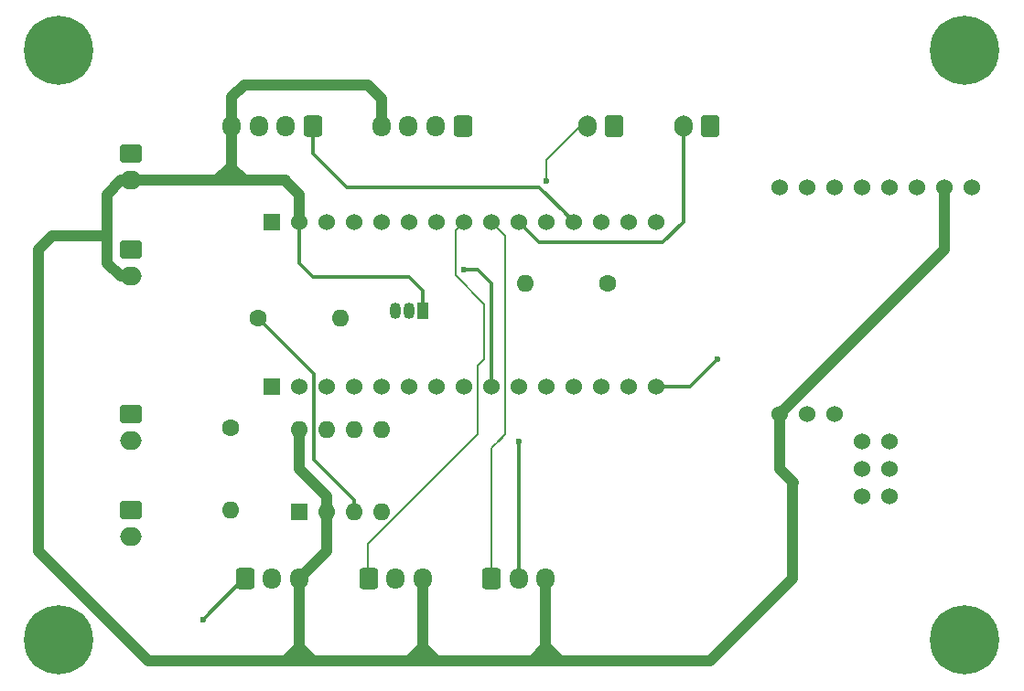
<source format=gbr>
%TF.GenerationSoftware,KiCad,Pcbnew,7.0.5*%
%TF.CreationDate,2023-08-26T23:21:22+09:00*%
%TF.ProjectId,Motherbord_Master,4d6f7468-6572-4626-9f72-645f4d617374,rev?*%
%TF.SameCoordinates,Original*%
%TF.FileFunction,Copper,L2,Bot*%
%TF.FilePolarity,Positive*%
%FSLAX46Y46*%
G04 Gerber Fmt 4.6, Leading zero omitted, Abs format (unit mm)*
G04 Created by KiCad (PCBNEW 7.0.5) date 2023-08-26 23:21:22*
%MOMM*%
%LPD*%
G01*
G04 APERTURE LIST*
G04 Aperture macros list*
%AMRoundRect*
0 Rectangle with rounded corners*
0 $1 Rounding radius*
0 $2 $3 $4 $5 $6 $7 $8 $9 X,Y pos of 4 corners*
0 Add a 4 corners polygon primitive as box body*
4,1,4,$2,$3,$4,$5,$6,$7,$8,$9,$2,$3,0*
0 Add four circle primitives for the rounded corners*
1,1,$1+$1,$2,$3*
1,1,$1+$1,$4,$5*
1,1,$1+$1,$6,$7*
1,1,$1+$1,$8,$9*
0 Add four rect primitives between the rounded corners*
20,1,$1+$1,$2,$3,$4,$5,0*
20,1,$1+$1,$4,$5,$6,$7,0*
20,1,$1+$1,$6,$7,$8,$9,0*
20,1,$1+$1,$8,$9,$2,$3,0*%
G04 Aperture macros list end*
%TA.AperFunction,ComponentPad*%
%ADD10RoundRect,0.250000X0.600000X0.725000X-0.600000X0.725000X-0.600000X-0.725000X0.600000X-0.725000X0*%
%TD*%
%TA.AperFunction,ComponentPad*%
%ADD11O,1.700000X1.950000*%
%TD*%
%TA.AperFunction,ComponentPad*%
%ADD12C,0.800000*%
%TD*%
%TA.AperFunction,ComponentPad*%
%ADD13C,6.400000*%
%TD*%
%TA.AperFunction,ComponentPad*%
%ADD14RoundRect,0.250000X0.600000X0.750000X-0.600000X0.750000X-0.600000X-0.750000X0.600000X-0.750000X0*%
%TD*%
%TA.AperFunction,ComponentPad*%
%ADD15O,1.700000X2.000000*%
%TD*%
%TA.AperFunction,ComponentPad*%
%ADD16RoundRect,0.250000X-0.600000X-0.725000X0.600000X-0.725000X0.600000X0.725000X-0.600000X0.725000X0*%
%TD*%
%TA.AperFunction,ComponentPad*%
%ADD17R,1.530000X1.530000*%
%TD*%
%TA.AperFunction,ComponentPad*%
%ADD18C,1.530000*%
%TD*%
%TA.AperFunction,ComponentPad*%
%ADD19RoundRect,0.250000X-0.750000X0.600000X-0.750000X-0.600000X0.750000X-0.600000X0.750000X0.600000X0*%
%TD*%
%TA.AperFunction,ComponentPad*%
%ADD20O,2.000000X1.700000*%
%TD*%
%TA.AperFunction,ComponentPad*%
%ADD21R,1.050000X1.500000*%
%TD*%
%TA.AperFunction,ComponentPad*%
%ADD22O,1.050000X1.500000*%
%TD*%
%TA.AperFunction,ComponentPad*%
%ADD23R,1.600000X1.600000*%
%TD*%
%TA.AperFunction,ComponentPad*%
%ADD24O,1.600000X1.600000*%
%TD*%
%TA.AperFunction,ComponentPad*%
%ADD25C,1.600000*%
%TD*%
%TA.AperFunction,ComponentPad*%
%ADD26C,1.524000*%
%TD*%
%TA.AperFunction,ViaPad*%
%ADD27C,0.600000*%
%TD*%
%TA.AperFunction,Conductor*%
%ADD28C,1.000000*%
%TD*%
%TA.AperFunction,Conductor*%
%ADD29C,0.300000*%
%TD*%
%TA.AperFunction,Conductor*%
%ADD30C,0.200000*%
%TD*%
G04 APERTURE END LIST*
D10*
%TO.P,J3,1,Pin_1*%
%TO.N,enc_2_b*%
X148470000Y-72390000D03*
D11*
%TO.P,J3,2,Pin_2*%
%TO.N,+5V*%
X145970000Y-72390000D03*
%TO.P,J3,3,Pin_3*%
%TO.N,enc_2_a*%
X143470000Y-72390000D03*
%TO.P,J3,4,Pin_4*%
%TO.N,GND*%
X140970000Y-72390000D03*
%TD*%
D12*
%TO.P,H2,1*%
%TO.N,N/C*%
X192545000Y-120015000D03*
X193247944Y-118317944D03*
X193247944Y-121712056D03*
X194945000Y-117615000D03*
D13*
X194945000Y-120015000D03*
D12*
X194945000Y-122415000D03*
X196642056Y-118317944D03*
X196642056Y-121712056D03*
X197345000Y-120015000D03*
%TD*%
D14*
%TO.P,J5,1,Pin_1*%
%TO.N,+5V*%
X162520000Y-72390000D03*
D15*
%TO.P,J5,2,Pin_2*%
%TO.N,LIM_SW3*%
X160020000Y-72390000D03*
%TD*%
D16*
%TO.P,J9,1,Pin_1*%
%TO.N,Dir1*%
X128350000Y-114300000D03*
D11*
%TO.P,J9,2,Pin_2*%
%TO.N,PWM1*%
X130850000Y-114300000D03*
%TO.P,J9,3,Pin_3*%
%TO.N,GND*%
X133350000Y-114300000D03*
%TD*%
D17*
%TO.P,U1,1,D1/TX*%
%TO.N,PWM1*%
X130810000Y-96520000D03*
D18*
%TO.P,U1,2,D0/RX*%
%TO.N,PWM2*%
X133350000Y-96520000D03*
%TO.P,U1,3,RST*%
%TO.N,unconnected-(U1-RST-Pad3)*%
X135890000Y-96520000D03*
%TO.P,U1,4,GND*%
%TO.N,unconnected-(U1-GND-Pad4)*%
X138430000Y-96520000D03*
%TO.P,U1,5,D2*%
%TO.N,CAN_td*%
X140970000Y-96520000D03*
%TO.P,U1,6,D3*%
%TO.N,Dir1*%
X143510000Y-96520000D03*
%TO.P,U1,7,D4*%
%TO.N,Serial_RX*%
X146050000Y-96520000D03*
%TO.P,U1,8,D5*%
%TO.N,unconnected-(U1-D5-Pad8)*%
X148590000Y-96520000D03*
%TO.P,U1,9,D6*%
%TO.N,enc_1_b*%
X151130000Y-96520000D03*
%TO.P,U1,10,D7*%
%TO.N,unconnected-(U1-D7-Pad10)*%
X153670000Y-96520000D03*
%TO.P,U1,11,D8*%
%TO.N,unconnected-(U1-D8-Pad11)*%
X156210000Y-96520000D03*
%TO.P,U1,12,D9*%
%TO.N,PWM3*%
X158750000Y-96520000D03*
%TO.P,U1,13,D10*%
%TO.N,CAN_rd*%
X161290000Y-96520000D03*
%TO.P,U1,14,D11*%
%TO.N,enc_2_a*%
X163830000Y-96520000D03*
%TO.P,U1,15,D12*%
%TO.N,I2C_sda*%
X166370000Y-96520000D03*
%TO.P,U1,16,D13*%
%TO.N,unconnected-(U1-D13-Pad16)*%
X166370000Y-81280000D03*
%TO.P,U1,17,3v3*%
%TO.N,unconnected-(U1-3v3-Pad17)*%
X163830000Y-81280000D03*
%TO.P,U1,18,REF*%
%TO.N,unconnected-(U1-REF-Pad18)*%
X161290000Y-81280000D03*
%TO.P,U1,19,A0*%
%TO.N,enc_1_a*%
X158750000Y-81280000D03*
%TO.P,U1,20,A1*%
%TO.N,LIM_SW3*%
X156210000Y-81280000D03*
%TO.P,U1,21,A2*%
%TO.N,lim_SW1*%
X153670000Y-81280000D03*
%TO.P,U1,22,A3*%
%TO.N,Dir3*%
X151130000Y-81280000D03*
%TO.P,U1,23,A4*%
%TO.N,Dir2*%
X148590000Y-81280000D03*
%TO.P,U1,24,A5*%
%TO.N,enc_2_b*%
X146050000Y-81280000D03*
%TO.P,U1,25,A6*%
%TO.N,I2C_scl*%
X143510000Y-81280000D03*
%TO.P,U1,26,A7*%
%TO.N,unconnected-(U1-A7-Pad26)*%
X140970000Y-81280000D03*
%TO.P,U1,27,5V*%
%TO.N,+5V*%
X138430000Y-81280000D03*
%TO.P,U1,28,RST*%
%TO.N,unconnected-(U1-RST-Pad28)*%
X135890000Y-81280000D03*
%TO.P,U1,29,GND*%
%TO.N,GND*%
X133350000Y-81280000D03*
D17*
%TO.P,U1,30,VIN*%
%TO.N,unconnected-(U1-VIN-Pad30)*%
X130810000Y-81280000D03*
%TD*%
D12*
%TO.P,H4,1*%
%TO.N,N/C*%
X108725000Y-65405000D03*
X109427944Y-63707944D03*
X109427944Y-67102056D03*
X111125000Y-63005000D03*
D13*
X111125000Y-65405000D03*
D12*
X111125000Y-67805000D03*
X112822056Y-63707944D03*
X112822056Y-67102056D03*
X113525000Y-65405000D03*
%TD*%
D14*
%TO.P,J4,1,Pin_1*%
%TO.N,+5V*%
X171410000Y-72390000D03*
D15*
%TO.P,J4,2,Pin_2*%
%TO.N,lim_SW1*%
X168910000Y-72390000D03*
%TD*%
D19*
%TO.P,J1,1,Pin_1*%
%TO.N,CAN_H*%
X117750000Y-99080000D03*
D20*
%TO.P,J1,2,Pin_2*%
%TO.N,CAN_L*%
X117750000Y-101580000D03*
%TD*%
D16*
%TO.P,J11,1,Pin_1*%
%TO.N,Dir3*%
X151170000Y-114300000D03*
D11*
%TO.P,J11,2,Pin_2*%
%TO.N,PWM3*%
X153670000Y-114300000D03*
%TO.P,J11,3,Pin_3*%
%TO.N,GND*%
X156170000Y-114300000D03*
%TD*%
D19*
%TO.P,J15,1,Pin_1*%
%TO.N,+5V*%
X117750000Y-74950000D03*
D20*
%TO.P,J15,2,Pin_2*%
%TO.N,GND*%
X117750000Y-77450000D03*
%TD*%
D16*
%TO.P,J10,1,Pin_1*%
%TO.N,Dir2*%
X139780000Y-114300000D03*
D11*
%TO.P,J10,2,Pin_2*%
%TO.N,PWM2*%
X142280000Y-114300000D03*
%TO.P,J10,3,Pin_3*%
%TO.N,GND*%
X144780000Y-114300000D03*
%TD*%
D21*
%TO.P,Q1,1,E*%
%TO.N,GND*%
X144780000Y-89535000D03*
D22*
%TO.P,Q1,2,C*%
%TO.N,Serial_RX*%
X143510000Y-89535000D03*
%TO.P,Q1,3,B*%
%TO.N,Net-(Q1-B)*%
X142240000Y-89535000D03*
%TD*%
D12*
%TO.P,H1,1*%
%TO.N,N/C*%
X192545000Y-65405000D03*
X193247944Y-63707944D03*
X193247944Y-67102056D03*
X194945000Y-63005000D03*
D13*
X194945000Y-65405000D03*
D12*
X194945000Y-67805000D03*
X196642056Y-63707944D03*
X196642056Y-67102056D03*
X197345000Y-65405000D03*
%TD*%
%TO.P,H3,1*%
%TO.N,N/C*%
X108725000Y-120015000D03*
X109427944Y-118317944D03*
X109427944Y-121712056D03*
X111125000Y-117615000D03*
D13*
X111125000Y-120015000D03*
D12*
X111125000Y-122415000D03*
X112822056Y-118317944D03*
X112822056Y-121712056D03*
X113525000Y-120015000D03*
%TD*%
D23*
%TO.P,U2,1,TXD*%
%TO.N,CAN_td*%
X133360000Y-108180000D03*
D24*
%TO.P,U2,2,VSS*%
%TO.N,GND*%
X135900000Y-108180000D03*
%TO.P,U2,3,VDD*%
%TO.N,+5V*%
X138440000Y-108180000D03*
%TO.P,U2,4,RXD*%
%TO.N,CAN_rd*%
X140980000Y-108180000D03*
%TO.P,U2,5,SPLIT*%
%TO.N,unconnected-(U2-SPLIT-Pad5)*%
X140980000Y-100560000D03*
%TO.P,U2,6,CANL*%
%TO.N,CAN_L*%
X138440000Y-100560000D03*
%TO.P,U2,7,CANH*%
%TO.N,CAN_H*%
X135900000Y-100560000D03*
%TO.P,U2,8,STBY*%
%TO.N,GND*%
X133360000Y-100560000D03*
%TD*%
D19*
%TO.P,J14,1,Pin_1*%
%TO.N,+5V*%
X117750000Y-83840000D03*
D20*
%TO.P,J14,2,Pin_2*%
%TO.N,GND*%
X117750000Y-86340000D03*
%TD*%
D10*
%TO.P,J7,1,Pin_1*%
%TO.N,enc_1_a*%
X134620000Y-72390000D03*
D11*
%TO.P,J7,2,Pin_2*%
%TO.N,+5V*%
X132120000Y-72390000D03*
%TO.P,J7,3,Pin_3*%
%TO.N,enc_1_b*%
X129620000Y-72390000D03*
%TO.P,J7,4,Pin_4*%
%TO.N,GND*%
X127120000Y-72390000D03*
%TD*%
D19*
%TO.P,J2,1,Pin_1*%
%TO.N,CAN_H*%
X117750000Y-107970000D03*
D20*
%TO.P,J2,2,Pin_2*%
%TO.N,CAN_L*%
X117750000Y-110470000D03*
%TD*%
D25*
%TO.P,R3,1*%
%TO.N,S.BUS_TX*%
X161925000Y-86995000D03*
D24*
%TO.P,R3,2*%
%TO.N,Net-(Q1-B)*%
X154305000Y-86995000D03*
%TD*%
D25*
%TO.P,R2,1*%
%TO.N,+5V*%
X129540000Y-90170000D03*
D24*
%TO.P,R2,2*%
%TO.N,Serial_RX*%
X137160000Y-90170000D03*
%TD*%
D26*
%TO.P,J16,*%
%TO.N,*%
X185420000Y-101600000D03*
X185420000Y-104140000D03*
X185420000Y-106680000D03*
X187960000Y-101600000D03*
X187960000Y-104140000D03*
X187960000Y-106680000D03*
%TO.P,J16,1,Pin_1*%
%TO.N,GND*%
X177800000Y-99060000D03*
%TO.P,J16,2,Pin_2*%
%TO.N,+5V*%
X180340000Y-99060000D03*
%TO.P,J16,3,Pin_3*%
%TO.N,S.BUS_TX*%
X182880000Y-99060000D03*
%TD*%
D25*
%TO.P,R1,1*%
%TO.N,CAN_H*%
X127000000Y-100330000D03*
D24*
%TO.P,R1,2*%
%TO.N,CAN_L*%
X127000000Y-107950000D03*
%TD*%
D26*
%TO.P,U3,1,VCC*%
%TO.N,+5V*%
X195580000Y-78105000D03*
%TO.P,U3,2,GND*%
%TO.N,GND*%
X193040000Y-78105000D03*
%TO.P,U3,3,SCL*%
%TO.N,I2C_scl*%
X190500000Y-78105000D03*
%TO.P,U3,4,SDA*%
%TO.N,I2C_sda*%
X187960000Y-78105000D03*
%TO.P,U3,5,XDA*%
%TO.N,unconnected-(U3-XDA-Pad5)*%
X185420000Y-78105000D03*
%TO.P,U3,6,XCL*%
%TO.N,unconnected-(U3-XCL-Pad6)*%
X182880000Y-78105000D03*
%TO.P,U3,7,ADD*%
%TO.N,unconnected-(U3-ADD-Pad7)*%
X180340000Y-78105000D03*
%TO.P,U3,8,INT*%
%TO.N,unconnected-(U3-INT-Pad8)*%
X177800000Y-78105000D03*
%TD*%
D27*
%TO.N,LIM_SW3*%
X156210000Y-77470000D03*
%TO.N,enc_1_b*%
X148590000Y-85725000D03*
%TO.N,Dir1*%
X124460000Y-118110000D03*
%TO.N,PWM3*%
X153670000Y-101600000D03*
%TO.N,I2C_sda*%
X172085000Y-93980000D03*
%TD*%
D28*
%TO.N,GND*%
X140970000Y-69850000D02*
X140970000Y-72390000D01*
X128270000Y-68580000D02*
X139700000Y-68580000D01*
X127120000Y-69730000D02*
X128270000Y-68580000D01*
X139700000Y-68580000D02*
X140970000Y-69850000D01*
X127120000Y-72390000D02*
X127120000Y-69730000D01*
D29*
%TO.N,enc_1_a*%
X134620000Y-74930000D02*
X134620000Y-72390000D01*
X137795000Y-78105000D02*
X134620000Y-74930000D01*
X155575000Y-78105000D02*
X137795000Y-78105000D01*
X157961576Y-80491576D02*
X155575000Y-78105000D01*
%TO.N,+5V*%
X138440000Y-107048630D02*
X138440000Y-108180000D01*
X134750000Y-103358630D02*
X138440000Y-107048630D01*
X129540000Y-90170000D02*
X134750000Y-95380000D01*
X134750000Y-95380000D02*
X134750000Y-103358630D01*
%TO.N,lim_SW1*%
X155575000Y-83185000D02*
X153670000Y-81280000D01*
X168890000Y-81300000D02*
X168890000Y-72390000D01*
X167005000Y-83185000D02*
X155575000Y-83185000D01*
X167005000Y-83185000D02*
X168890000Y-81300000D01*
D30*
%TO.N,LIM_SW3*%
X160020000Y-71755000D02*
X158750000Y-73025000D01*
X156210000Y-75565000D02*
X158750000Y-73025000D01*
X156210000Y-77470000D02*
X156210000Y-75565000D01*
D29*
%TO.N,enc_1_a*%
X157797500Y-80327500D02*
X158432500Y-80962500D01*
%TO.N,enc_1_b*%
X151130000Y-86995000D02*
X151130000Y-95250000D01*
X148590000Y-85725000D02*
X149860000Y-85725000D01*
X149860000Y-85725000D02*
X151130000Y-86995000D01*
X151130000Y-94615000D02*
X151130000Y-96520000D01*
D28*
%TO.N,GND*%
X156210000Y-120650000D02*
X157480000Y-121920000D01*
X127120000Y-76200000D02*
X127120000Y-77330000D01*
X115570000Y-85090000D02*
X116820000Y-86340000D01*
X156170000Y-120650000D02*
X156210000Y-120650000D01*
X115570000Y-78740000D02*
X115570000Y-82550000D01*
X116860000Y-77450000D02*
X115570000Y-78740000D01*
X146050000Y-121920000D02*
X154940000Y-121920000D01*
X144780000Y-120650000D02*
X143510000Y-121920000D01*
X144780000Y-121920000D02*
X146050000Y-121920000D01*
D29*
X133350000Y-81915000D02*
X133350000Y-82550000D01*
D28*
X156170000Y-120650000D02*
X156170000Y-120690000D01*
X109220000Y-111760000D02*
X119380000Y-121920000D01*
X135900000Y-111750000D02*
X133350000Y-114300000D01*
X119380000Y-121920000D02*
X132080000Y-121920000D01*
X179070000Y-105410000D02*
X179030000Y-105450000D01*
X144780000Y-114300000D02*
X144780000Y-120650000D01*
X133350000Y-120650000D02*
X134620000Y-121920000D01*
D29*
X144780000Y-87630000D02*
X143510000Y-86360000D01*
D28*
X127120000Y-76200000D02*
X127120000Y-76300000D01*
X133350000Y-81280000D02*
X133350000Y-78740000D01*
X133350000Y-114300000D02*
X133350000Y-120650000D01*
X135900000Y-106690000D02*
X135900000Y-108180000D01*
X125730000Y-77450000D02*
X127000000Y-77450000D01*
X135900000Y-108180000D02*
X135900000Y-111750000D01*
X127000000Y-77450000D02*
X128270000Y-77450000D01*
X115570000Y-82550000D02*
X115570000Y-85090000D01*
X109220000Y-83820000D02*
X109220000Y-111760000D01*
X117750000Y-77450000D02*
X116860000Y-77450000D01*
X179030000Y-105450000D02*
X179030000Y-114300000D01*
X144780000Y-120650000D02*
X146050000Y-121920000D01*
X156170000Y-121880000D02*
X156210000Y-121920000D01*
X132080000Y-77470000D02*
X133350000Y-78740000D01*
X156170000Y-120690000D02*
X154940000Y-121920000D01*
X134620000Y-121920000D02*
X143510000Y-121920000D01*
X177800000Y-99060000D02*
X177800000Y-104140000D01*
D29*
X134620000Y-86360000D02*
X133350000Y-85090000D01*
X133350000Y-85090000D02*
X133350000Y-82395000D01*
D28*
X127120000Y-76300000D02*
X128270000Y-77450000D01*
X171410000Y-121920000D02*
X179030000Y-114300000D01*
X126880000Y-76300000D02*
X125730000Y-77450000D01*
X115570000Y-82550000D02*
X110490000Y-82550000D01*
X127120000Y-77330000D02*
X127000000Y-77450000D01*
X127120000Y-76300000D02*
X126880000Y-76300000D01*
X133350000Y-120650000D02*
X133350000Y-121920000D01*
X193040000Y-83820000D02*
X177800000Y-99060000D01*
X144780000Y-120650000D02*
X144780000Y-121920000D01*
X166370000Y-121920000D02*
X167640000Y-121920000D01*
X133360000Y-100560000D02*
X133360000Y-104150000D01*
X168910000Y-121920000D02*
X171410000Y-121920000D01*
X133350000Y-121920000D02*
X134620000Y-121920000D01*
X156170000Y-114300000D02*
X156170000Y-120650000D01*
X154940000Y-121920000D02*
X156210000Y-121920000D01*
X127120000Y-72390000D02*
X127120000Y-76200000D01*
X168910000Y-121920000D02*
X168870000Y-121920000D01*
X116820000Y-86340000D02*
X117750000Y-86340000D01*
D29*
X144780000Y-89535000D02*
X144780000Y-87630000D01*
D28*
X133350000Y-120650000D02*
X132080000Y-121920000D01*
X157480000Y-121920000D02*
X166370000Y-121920000D01*
X110490000Y-82550000D02*
X109220000Y-83820000D01*
X193040000Y-78105000D02*
X193040000Y-83820000D01*
X177800000Y-104140000D02*
X179070000Y-105410000D01*
X143510000Y-121920000D02*
X144780000Y-121920000D01*
X156170000Y-120650000D02*
X156170000Y-121880000D01*
X132060000Y-77450000D02*
X132080000Y-77470000D01*
X128270000Y-77450000D02*
X132060000Y-77450000D01*
D29*
X143510000Y-86360000D02*
X134620000Y-86360000D01*
D28*
X156210000Y-121920000D02*
X157480000Y-121920000D01*
X167640000Y-121920000D02*
X168910000Y-121920000D01*
X117750000Y-77450000D02*
X125730000Y-77450000D01*
X132080000Y-121920000D02*
X133350000Y-121920000D01*
X133360000Y-104150000D02*
X135900000Y-106690000D01*
D29*
%TO.N,Dir1*%
X128270000Y-114300000D02*
X125095000Y-117475000D01*
X128350000Y-114300000D02*
X128270000Y-114300000D01*
X125730000Y-116840000D02*
X124460000Y-118110000D01*
D30*
%TO.N,Dir2*%
X149860000Y-94615000D02*
X149860000Y-100965000D01*
X147825000Y-86230000D02*
X150495000Y-88900000D01*
X149860000Y-100965000D02*
X139700000Y-111125000D01*
X139700000Y-112395000D02*
X139700000Y-113665000D01*
X148590000Y-81280000D02*
X147825000Y-82045000D01*
X147825000Y-82045000D02*
X147825000Y-86230000D01*
X139700000Y-111125000D02*
X139700000Y-113025000D01*
X150495000Y-93980000D02*
X149860000Y-94615000D01*
X150495000Y-88900000D02*
X150495000Y-93980000D01*
D29*
%TO.N,PWM3*%
X153670000Y-111760000D02*
X153670000Y-113665000D01*
X153670000Y-101600000D02*
X153670000Y-112975000D01*
D30*
%TO.N,Dir3*%
X151130000Y-81280000D02*
X152400000Y-82550000D01*
X151170000Y-114300000D02*
X151130000Y-114260000D01*
X151130000Y-114260000D02*
X151130000Y-102235000D01*
X152400000Y-100965000D02*
X151765000Y-101600000D01*
X152400000Y-82550000D02*
X152400000Y-100965000D01*
X151130000Y-102235000D02*
X152117158Y-101247842D01*
D29*
%TO.N,I2C_sda*%
X166370000Y-96520000D02*
X169545000Y-96520000D01*
X169545000Y-96520000D02*
X171625381Y-94439619D01*
X172085000Y-93980000D02*
X171450000Y-94615000D01*
%TD*%
M02*

</source>
